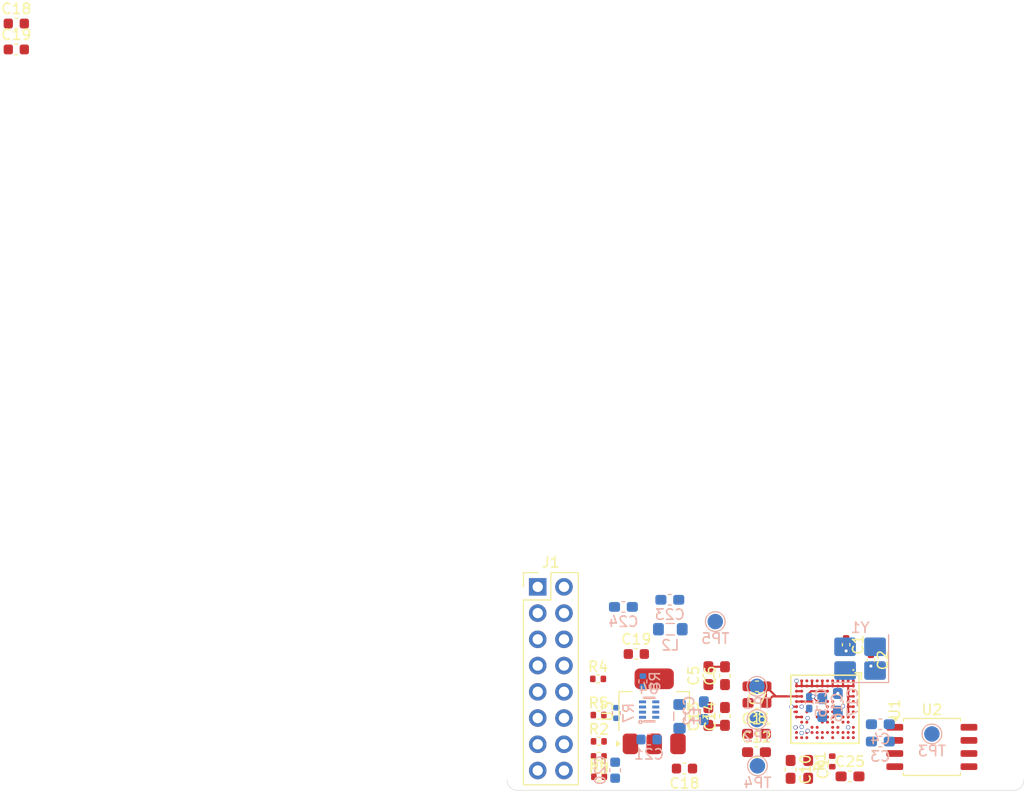
<source format=kicad_pcb>
(kicad_pcb (version 20241229) (generator "pcbnew") (generator_version "9.0")
  (layers (0 "F.Cu" signal) (4 "In1.Cu" signal) (6 "In2.Cu" signal) (8 "In3.Cu" signal) (10 "In4.Cu" signal) (2 "B.Cu" signal) (13 "F.Paste" user) (15 "B.Paste" user) (5 "F.SilkS" user "F.Silkscreen") (7 "B.SilkS" user "B.Silkscreen") (1 "F.Mask" user) (3 "B.Mask" user) (25 "Edge.Cuts" user))
  (net 0 "")
  (net 1 "Net-(C5-Pad2)")
  (net 2 "UART_RX")
  (net 3 "TMS")
  (net 4 "Net-(U1-HOST_CLK_REQ)")
  (net 5 "GND")
  (net 6 "1v8")
  (net 7 "/QSPI_2")
  (net 8 "1v2")
  (net 9 "TCK")
  (net 10 "/CLKP")
  (net 11 "TX1")
  (net 12 "UART_TX")
  (net 13 "/QSPI_3")
  (net 14 "SPI0_CS0_N")
  (net 15 "GPIO_5")
  (net 16 "Net-(U1-VOUT_14SYNTH)")
  (net 17 "Net-(U1-OSC_CLK_OUT)")
  (net 18 "TDO")
  (net 19 "Net-(U1-GPADC2)")
  (net 20 "UART_RTS")
  (net 21 "GPIO_2")
  (net 22 "/CLKM")
  (net 23 "/QSPI_0")
  (net 24 "RX3")
  (net 25 "/QSPI_CS")
  (net 26 "VDD_SRAM")
  (net 27 "SPI0_CLK")
  (net 28 "RX1")
  (net 29 "3v3")
  (net 30 "TX2")
  (net 31 "SPI0_MISO")
  (net 32 "RS232_RX")
  (net 33 "Net-(U1-NERROR_OUT)")
  (net 34 "Net-(C7-Pad1)")
  (net 35 "Net-(U1-GPADC1)")
  (net 36 "Net-(U1-VOUT_14APLL)")
  (net 37 "/QSPI_CLK")
  (net 38 "TDI")
  (net 39 "Net-(U1-PMIC_CLKOUT)")
  (net 40 "RS232_TX")
  (net 41 "NRST_MAIN")
  (net 42 "RX2")
  (net 43 "Net-(U1-VBGAP)")
  (net 44 "SPI0_MOSI")
  (net 45 "/QSPI_1")
  (net 46 "VIN")
  (net 48 "Net-(U4-FB)")
  (net 50 "Net-(U4-MODE{slash}SYNC)")
  (net 51 "Net-(U4-COMP{slash}FSET)")
  (net 52 "Net-(U4-SW)")
  (footprint "Capacitor_SMD:C_0603_1608Metric_Pad1.08x0.95mm_HandSolder" (layer "F.Cu") (at 68.473 63.8975 90)
    (property "Reference" "C5" (at 0 -1.43 90) (layer "F.SilkS"))
    (property "Value" "10u")
    (pad "1" smd roundrect (at -0.8625 0 90) (size 1.075 0.95) (layers "F.Cu" "F.Mask" "F.Paste") (net 5 "GND"))
    (pad "2" smd roundrect (at 0.8625 0 90) (size 1.075 0.95) (layers "F.Cu" "F.Mask" "F.Paste") (net 1 "Net-(C5-Pad2)"))
  )
  (footprint "Capacitor_SMD:C_0402_1005Metric_Pad0.74x0.62mm_HandSolder" (layer "F.Cu") (at 84.2 62.4 -90)
    (property "Reference" "C2" (at 0 -1.16 90) (layer "F.SilkS"))
    (property "Value" "15p")
    (pad "1" smd roundrect (at -0.5675 0 270) (size 0.735 0.62) (layers "F.Cu" "F.Mask" "F.Paste") (net 5 "GND"))
    (pad "2" smd roundrect (at 0.5675 0 270) (size 0.735 0.62) (layers "F.Cu" "F.Mask" "F.Paste") (net 22 "/CLKM"))
  )
  (footprint "Capacitor_SMD:C_0603_1608Metric" (layer "F.Cu") (at 61.5 61.8)
    (property "Reference" "C19" (at 0 -1.43 0) (layer "F.SilkS"))
    (property "Value" "10u")
    (pad "1" smd roundrect (at -0.775 0) (size 0.9 0.95) (layers "F.Cu" "F.Mask" "F.Paste") (net 29 "3v3"))
    (pad "2" smd roundrect (at 0.775 0) (size 0.9 0.95) (layers "F.Cu" "F.Mask" "F.Paste") (net 5 "GND"))
  )
  (footprint "Capacitor_SMD:C_0603_1608Metric_Pad1.08x0.95mm_HandSolder" (layer "F.Cu") (at 82.1775 73.65)
    (property "Reference" "C25" (at 0 -1.43 0) (layer "F.SilkS"))
    (property "Value" "10u")
    (pad "1" smd roundrect (at -0.8625 0) (size 1.075 0.95) (layers "F.Cu" "F.Mask" "F.Paste") (net 6 "1v8"))
    (pad "2" smd roundrect (at 0.8625 0) (size 1.075 0.95) (layers "F.Cu" "F.Mask" "F.Paste") (net 5 "GND"))
  )
  (footprint "Capacitor_SMD:C_0603_1608Metric" (layer "F.Cu") (at 1.505 0.755)
    (property "Reference" "C18" (at 0 -1.43 0) (layer "F.SilkS"))
    (property "Value" "10u")
    (pad "1" smd roundrect (at -0.775 0) (size 0.9 0.95) (layers "F.Cu" "F.Mask" "F.Paste") (net 46 "VIN"))
    (pad "2" smd roundrect (at 0.775 0) (size 0.9 0.95) (layers "F.Cu" "F.Mask" "F.Paste") (net 5 "GND"))
  )
  (footprint "Capacitor_SMD:C_0603_1608Metric_Pad1.08x0.95mm_HandSolder" (layer "F.Cu") (at 73.175 64.929 180)
    (property "Reference" "C7" (at 0 -1.205 0) (layer "F.SilkS"))
    (property "Value" "10u")
    (pad "1" smd roundrect (at -0.8625 0 180) (size 1.075 0.95) (layers "F.Cu" "F.Mask" "F.Paste") (net 34 "Net-(C7-Pad1)"))
    (pad "2" smd roundrect (at 0.8625 0 180) (size 1.075 0.95) (layers "F.Cu" "F.Mask" "F.Paste") (net 5 "GND"))
  )
  (footprint "Package_TO_SOT_SMD:SOT-223-3_TabPin2" (layer "F.Cu") (at 63.23 67.35 90)
    (property "Reference" "U3" (at 0 -4.5 90) (layer "F.SilkS"))
    (property "Value" "AMS1117-3.3")
    (pad "1" smd roundrect (at -3.15 -2.3 90) (size 2 1.5) (layers "F.Cu" "F.Mask" "F.Paste") (net 5 "GND"))
    (pad "2" smd roundrect (at -3.15 0 90) (size 2 1.5) (layers "F.Cu" "F.Mask" "F.Paste") (net 29 "3v3"))
    (pad "2" smd roundrect (at 3.15 0 90) (size 2 3.8) (layers "F.Cu" "F.Mask" "F.Paste") (net 29 "3v3"))
    (pad "3" smd roundrect (at -3.15 2.3 90) (size 2 1.5) (layers "F.Cu" "F.Mask" "F.Paste") (net 46 "VIN"))
  )
  (footprint "Capacitor_SMD:C_0603_1608Metric_Pad1.08x0.95mm_HandSolder" (layer "F.Cu") (at 70.08 63.8975 90)
    (property "Reference" "C6" (at 0 -1.43 90) (layer "F.SilkS"))
    (property "Value" "2u2")
    (pad "1" smd roundrect (at -0.8625 0 90) (size 1.075 0.95) (layers "F.Cu" "F.Mask" "F.Paste") (net 5 "GND"))
    (pad "2" smd roundrect (at 0.8625 0 90) (size 1.075 0.95) (layers "F.Cu" "F.Mask" "F.Paste") (net 1 "Net-(C5-Pad2)"))
  )
  (footprint "Resistor_SMD:R_0402_1005Metric" (layer "F.Cu") (at 57.87 70.26)
    (property "Reference" "R2" (at 0 -1.17 0) (layer "F.SilkS"))
    (property "Value" "100k")
    (pad "1" smd roundrect (at -0.51 0) (size 0.54 0.64) (layers "F.Cu" "F.Mask" "F.Paste") (net 32 "RS232_RX"))
    (pad "2" smd roundrect (at 0.51 0) (size 0.54 0.64) (layers "F.Cu" "F.Mask" "F.Paste") (net 29 "3v3"))
  )
  (footprint "Resistor_SMD:R_0402_1005Metric" (layer "F.Cu") (at 57.87 71.71 180)
    (property "Reference" "R3" (at 0 -1.17 0) (layer "F.SilkS"))
    (property "Value" "100k")
    (pad "1" smd roundrect (at -0.51 0 180) (size 0.54 0.64) (layers "F.Cu" "F.Mask" "F.Paste") (net 29 "3v3"))
    (pad "2" smd roundrect (at 0.51 0 180) (size 0.54 0.64) (layers "F.Cu" "F.Mask" "F.Paste") (net 40 "RS232_TX"))
  )
  (footprint "Capacitor_SMD:C_0603_1608Metric_Pad1.08x0.95mm_HandSolder" (layer "F.Cu") (at 68.47 67.8475 90)
    (property "Reference" "C13" (at 0 -1.43 90) (layer "F.SilkS"))
    (property "Value" "10u")
    (pad "1" smd roundrect (at -0.8625 0 90) (size 1.075 0.95) (layers "F.Cu" "F.Mask" "F.Paste") (net 6 "1v8"))
    (pad "2" smd roundrect (at 0.8625 0 90) (size 1.075 0.95) (layers "F.Cu" "F.Mask" "F.Paste") (net 5 "GND"))
  )
  (footprint "Resistor_SMD:R_0402_1005Metric" (layer "F.Cu") (at 57.85 67.71)
    (property "Reference" "R5" (at 0 -1.17 0) (layer "F.SilkS"))
    (property "Value" "10k")
    (pad "1" smd roundrect (at -0.51 0) (size 0.54 0.64) (layers "F.Cu" "F.Mask" "F.Paste") (net 14 "SPI0_CS0_N"))
    (pad "2" smd roundrect (at 0.51 0) (size 0.54 0.64) (layers "F.Cu" "F.Mask" "F.Paste") (net 29 "3v3"))
  )
  (footprint "Capacitor_SMD:C_0603_1608Metric_Pad1.08x0.95mm_HandSolder" (layer "F.Cu") (at 73.1275 69.52)
    (property "Reference" "C11" (at 0 -1.43 0) (layer "F.SilkS"))
    (property "Value" "10u")
    (pad "1" smd roundrect (at -0.8625 0) (size 1.075 0.95) (layers "F.Cu" "F.Mask" "F.Paste") (net 5 "GND"))
    (pad "2" smd roundrect (at 0.8625 0) (size 1.075 0.95) (layers "F.Cu" "F.Mask" "F.Paste") (net 26 "VDD_SRAM"))
  )
  (footprint "easyeda2kicad:BGA-102_L6.5-W6.5-P0.50-TL_TI_IWRL6432BDQGAMFR" (layer "F.Cu") (at 79.75 67.15 -90)
    (property "Reference" "U1" (at 0 -6.75 90) (layer "F.SilkS"))
    (property "Value" "IWRL6432BDBAAMFR")
    (pad "A1" smd circle (at -2.75 -2.75 270) (size 0.29 0.29) (layers "F.Cu" "F.Mask" "F.Paste") (net 5 "GND"))
    (pad "A2" smd circle (at -2.25 -2.75 270) (size 0.29 0.29) (layers "F.Cu" "F.Mask" "F.Paste") (net 5 "GND"))
    (pad "A3" smd circle (at -1.75 -2.75 270) (size 0.29 0.29) (layers "F.Cu" "F.Mask" "F.Paste") (net 11 "TX1"))
    (pad "A4" smd circle (at -1.25 -2.75 270) (size 0.29 0.29) (layers "F.Cu" "F.Mask" "F.Paste") (net 5 "GND"))
    (pad "A5" smd circle (at -0.75 -2.75 270) (size 0.29 0.29) (layers "F.Cu" "F.Mask" "F.Paste") (net 30 "TX2"))
    (pad "A6" smd circle (at -0.25 -2.75 270) (size 0.29 0.29) (layers "F.Cu" "F.Mask" "F.Paste") (net 5 "GND"))
    (pad "A7" smd circle (at 0.25 -2.75 270) (size 0.29 0.29) (layers "F.Cu" "F.Mask" "F.Paste") (net 17 "Net-(U1-OSC_CLK_OUT)"))
    (pad "A8" smd circle (at 0.75 -2.75 270) (size 0.29 0.29) (layers "F.Cu" "F.Mask" "F.Paste"))
    (pad "A10" smd circle (at 1.75 -2.75 270) (size 0.29 0.29) (layers "F.Cu" "F.Mask" "F.Paste") (net 25 "/QSPI_CS"))
    (pad "A11" smd circle (at 2.25 -2.75 270) (size 0.29 0.29) (layers "F.Cu" "F.Mask" "F.Paste") (net 37 "/QSPI_CLK"))
    (pad "A12" smd circle (at 2.75 -2.75 270) (size 0.29 0.29) (layers "F.Cu" "F.Mask" "F.Paste") (net 5 "GND"))
    (pad "B1" smd circle (at -2.75 -2.25 270) (size 0.29 0.29) (layers "F.Cu" "F.Mask" "F.Paste") (net 22 "/CLKM"))
    (pad "B2" smd circle (at -2.25 -2.25 270) (size 0.29 0.29) (layers "F.Cu" "F.Mask" "F.Paste") (net 5 "GND"))
    (pad "B3" smd circle (at -1.75 -2.25 270) (size 0.29 0.29) (layers "F.Cu" "F.Mask" "F.Paste") (net 5 "GND"))
    (pad "B4" smd circle (at -1.25 -2.25 270) (size 0.29 0.29) (layers "F.Cu" "F.Mask" "F.Paste") (net 5 "GND"))
    (pad "B5" smd circle (at -0.75 -2.25 270) (size 0.29 0.29) (layers "F.Cu" "F.Mask" "F.Paste") (net 5 "GND"))
    (pad "B6" smd circle (at -0.25 -2.25 270) (size 0.29 0.29) (layers "F.Cu" "F.Mask" "F.Paste") (net 5 "GND"))
    (pad "B7" smd circle (at 0.25 -2.25 270) (size 0.29 0.29) (layers "F.Cu" "F.Mask" "F.Paste") (net 5 "GND"))
    (pad "B8" smd circle (at 0.75 -2.25 270) (size 0.29 0.29) (layers "F.Cu" "F.Mask" "F.Paste") (net 45 "/QSPI_1"))
    (pad "B9" smd circle (at 1.25 -2.25 270) (size 0.29 0.29) (layers "F.Cu" "F.Mask" "F.Paste") (net 13 "/QSPI_3"))
    (pad "B10" smd circle (at 1.75 -2.25 270) (size 0.29 0.29) (layers "F.Cu" "F.Mask" "F.Paste") (net 7 "/QSPI_2"))
    (pad "B11" smd circle (at 2.25 -2.25 270) (size 0.29 0.29) (layers "F.Cu" "F.Mask" "F.Paste") (net 23 "/QSPI_0"))
    (pad "B12" smd circle (at 2.75 -2.25 270) (size 0.29 0.29) (layers "F.Cu" "F.Mask" "F.Paste") (net 44 "SPI0_MOSI"))
    (pad "C1" smd circle (at -2.75 -1.75 270) (size 0.29 0.29) (layers "F.Cu" "F.Mask" "F.Paste") (net 5 "GND"))
    (pad "C2" smd circle (at -2.25 -1.75 270) (size 0.29 0.29) (layers "F.Cu" "F.Mask" "F.Paste") (net 5 "GND"))
    (pad "C6" smd circle (at -0.25 -1.75 270) (size 0.29 0.29) (layers "F.Cu" "F.Mask" "F.Paste") (net 6 "1v8"))
    (pad "C8" smd circle (at 0.75 -1.75 270) (size 0.29 0.29) (layers "F.Cu" "F.Mask" "F.Paste") (net 6 "1v8"))
    (pad "C9" smd circle (at 1.25 -1.75 270) (size 0.29 0.29) (layers "F.Cu" "F.Mask" "F.Paste") (net 8 "1v2"))
    (pad "C11" smd circle (at 2.25 -1.75 270) (size 0.29 0.29) (layers "F.Cu" "F.Mask" "F.Paste") (net 31 "SPI0_MISO"))
    (pad "C12" smd circle (at 2.75 -1.75 270) (size 0.29 0.29) (layers "F.Cu" "F.Mask" "F.Paste") (net 9 "TCK"))
    (pad "D1" smd circle (at -2.75 -1.25 270) (size 0.29 0.29) (layers "F.Cu" "F.Mask" "F.Paste") (net 10 "/CLKP"))
    (pad "D2" smd circle (at -2.25 -1.25 270) (size 0.29 0.29) (layers "F.Cu" "F.Mask" "F.Paste") (net 5 "GND"))
    (pad "D3" smd circle (at -1.75 -1.25 270) (size 0.29 0.29) (layers "F.Cu" "F.Mask" "F.Paste") (net 16 "Net-(U1-VOUT_14SYNTH)"))
    (pad "D10" smd circle (at 1.75 -1.25 270) (size 0.29 0.29) (layers "F.Cu" "F.Mask" "F.Paste") (net 27 "SPI0_CLK"))
    (pad "D11" smd circle (at 2.25 -1.25 270) (size 0.29 0.29) (layers "F.Cu" "F.Mask" "F.Paste") (net 14 "SPI0_CS0_N"))
    (pad "E1" smd circle (at -2.75 -0.75 270) (size 0.29 0.29) (layers "F.Cu" "F.Mask" "F.Paste") (net 5 "GND"))
    (pad "E2" smd circle (at -2.25 -0.75 270) (size 0.29 0.29) (layers "F.Cu" "F.Mask" "F.Paste") (net 5 "GND"))
    (pad "E5" smd circle (at -0.75 -0.75 270) (size 0.29 0.29) (layers "F.Cu" "F.Mask" "F.Paste") (net 5 "GND"))
    (pad "E6" smd circle (at -0.25 -0.75 270) (size 0.29 0.29) (layers "F.Cu" "F.Mask" "F.Paste") (net 5 "GND"))
    (pad "E7" smd circle (at 0.25 -0.75 270) (size 0.29 0.29) (layers "F.Cu" "F.Mask" "F.Paste") (net 5 "GND"))
    (pad "E8" smd circle (at 0.75 -0.75 270) (size 0.29 0.29) (layers "F.Cu" "F.Mask" "F.Paste") (net 5 "GND"))
    (pad "E9" smd circle (at 1.25 -0.75 270) (size 0.29 0.29) (layers "F.Cu" "F.Mask" "F.Paste") (net 5 "GND"))
    (pad "E10" smd circle (at 1.75 -0.75 270) (size 0.29 0.29) (layers "F.Cu" "F.Mask" "F.Paste") (net 40 "RS232_TX"))
    (pad "E11" smd circle (at 2.25 -0.75 270) (size 0.29 0.29) (layers "F.Cu" "F.Mask" "F.Paste") (net 18 "TDO"))
    (pad "E12" smd circle (at 2.75 -0.75 270) (size 0.29 0.29) (layers "F.Cu" "F.Mask" "F.Paste") (net 3 "TMS"))
    (pad "F1" smd circle (at -2.75 -0.25 270) (size 0.29 0.29) (layers "F.Cu" "F.Mask" "F.Paste") (net 24 "RX3"))
    (pad "F2" smd circle (at -2.25 -0.25 270) (size 0.29 0.29) (layers "F.Cu" "F.Mask" "F.Paste") (net 5 "GND"))
    (pad "F3" smd circle (at -1.75 -0.25 270) (size 0.29 0.29) (layers "F.Cu" "F.Mask" "F.Paste") (net 6 "1v8"))
    (pad "F5" smd circle (at -0.75 -0.25 270) (size 0.29 0.29) (layers "F.Cu" "F.Mask" "F.Paste") (net 5 "GND"))
    (pad "F6" smd circle (at -0.25 -0.25 270) (size 0.29 0.29) (layers "F.Cu" "F.Mask" "F.Paste") (net 5 "GND"))
    (pad "F7" smd circle (at 0.25 -0.25 270) (size 0.29 0.29) (layers "F.Cu" "F.Mask" "F.Paste") (net 5 "GND"))
    (pad "F8" smd circle (at 0.75 -0.25 270) (size 0.29 0.29) (layers "F.Cu" "F.Mask" "F.Paste") (net 5 "GND"))
    (pad "F9" smd circle (at 1.25 -0.25 270) (size 0.29 0.29) (layers "F.Cu" "F.Mask" "F.Paste") (net 5 "GND"))
    (pad "F11" smd circle (at 2.25 -0.25 270) (size 0.29 0.29) (layers "F.Cu" "F.Mask" "F.Paste") (net 32 "RS232_RX"))
    (pad "G1" smd circle (at -2.75 0.25 270) (size 0.29 0.29) (layers "F.Cu" "F.Mask" "F.Paste") (net 5 "GND"))
    (pad "G2" smd circle (at -2.25 0.25 270) (size 0.29 0.29) (layers "F.Cu" "F.Mask" "F.Paste") (net 5 "GND"))
    (pad "G5" smd circle (at -0.75 0.25 270) (size 0.29 0.29) (layers "F.Cu" "F.Mask" "F.Paste") (net 36 "Net-(U1-VOUT_14APLL)"))
    (pad "G7" smd circle (at 0.25 0.25 270) (size 0.29 0.29) (layers "F.Cu" "F.Mask" "F.Paste") (net 8 "1v2"))
    (pad "G8" smd circle (at 0.75 0.25 270) (size 0.29 0.29) (layers "F.Cu" "F.Mask" "F.Paste") (net 8 "1v2"))
    (pad "G9" smd circle (at 1.25 0.25 270) (size 0.29 0.29) (layers "F.Cu" "F.Mask" "F.Paste") (net 8 "1v2"))
    (pad "G11" smd circle (at 2.25 0.25 270) (size 0.29 0.29) (layers "F.Cu" "F.Mask" "F.Paste") (net 38 "TDI"))
    (pad "G12" smd circle (at 2.75 0.25 270) (size 0.29 0.29) (layers "F.Cu" "F.Mask" "F.Paste") (net 29 "3v3"))
    (pad "H1" smd circle (at -2.75 0.75 270) (size 0.29 0.29) (layers "F.Cu" "F.Mask" "F.Paste") (net 42 "RX2"))
    (pad "H2" smd circle (at -2.25 0.75 270) (size 0.29 0.29) (layers "F.Cu" "F.Mask" "F.Paste") (net 5 "GND"))
    (pad "H5" smd circle (at -0.75 0.75 270) (size 0.29 0.29) (layers "F.Cu" "F.Mask" "F.Paste") (net 43 "Net-(U1-VBGAP)"))
    (pad "H8" smd circle (at 0.75 0.75 270) (size 0.29 0.29) (layers "F.Cu" "F.Mask" "F.Paste") (net 8 "1v2"))
    (pad "H10" smd circle (at 1.75 0.75 270) (size 0.29 0.29) (layers "F.Cu" "F.Mask" "F.Paste") (net 21 "GPIO_2"))
    (pad "H11" smd circle (at 2.25 0.75 270) (size 0.29 0.29) (layers "F.Cu" "F.Mask" "F.Paste") (net 39 "Net-(U1-PMIC_CLKOUT)"))
    (pad "H12" smd circle (at 2.75 0.75 270) (size 0.29 0.29) (layers "F.Cu" "F.Mask" "F.Paste") (net 5 "GND"))
    (pad "J1" smd circle (at -2.75 1.25 270) (size 0.29 0.29) (layers "F.Cu" "F.Mask" "F.Paste") (net 5 "GND"))
    (pad "J2" smd circle (at -2.25 1.25 270) (size 0.29 0.29) (layers "F.Cu" "F.Mask" "F.Paste") (net 5 "GND"))
    (pad "J5" smd circle (at -0.75 1.25 270) (size 0.29 0.29) (layers "F.Cu" "F.Mask" "F.Paste") (net 6 "1v8"))
    (pad "J10" smd circle (at 1.75 1.25 270) (size 0.29 0.29) (layers "F.Cu" "F.Mask" "F.Paste") (net 15 "GPIO_5"))
    (pad "J11" smd circle (at 2.25 1.25 270) (size 0.29 0.29) (layers "F.Cu" "F.Mask" "F.Paste") (net 2 "UART_RX"))
    (pad "K1" smd circle (at -2.75 1.75 270) (size 0.29 0.29) (layers "F.Cu" "F.Mask" "F.Paste") (net 28 "RX1"))
    (pad "K2" smd circle (at -2.25 1.75 270) (size 0.29 0.29) (layers "F.Cu" "F.Mask" "F.Paste") (net 5 "GND"))
    (pad "K7" smd circle (at 0.25 1.75 270) (size 0.29 0.29) (layers "F.Cu" "F.Mask" "F.Paste") (net 8 "1v2"))
    (pad "K9" smd circle (at 1.25 1.75 270) (size 0.29 0.29) (layers "F.Cu" "F.Mask" "F.Paste") (net 5 "GND"))
    (pad "K11" smd circle (at 2.25 1.75 270) (size 0.29 0.29) (layers "F.Cu" "F.Mask" "F.Paste") (net 33 "Net-(U1-NERROR_OUT)"))
    (pad "K12" smd circle (at 2.75 1.75 270) (size 0.29 0.29) (layers "F.Cu" "F.Mask" "F.Paste") (net 6 "1v8"))
    (pad "L1" smd circle (at -2.75 2.25 270) (size 0.29 0.29) (layers "F.Cu" "F.Mask" "F.Paste") (net 5 "GND"))
    (pad "L2" smd circle (at -2.25 2.25 270) (size 0.29 0.29) (layers "F.Cu" "F.Mask" "F.Paste") (net 5 "GND"))
    (pad "L3" smd circle (at -1.75 2.25 270) (size 0.29 0.29) (layers "F.Cu" "F.Mask" "F.Paste") (net 1 "Net-(C5-Pad2)"))
    (pad "L4" smd circle (at -1.25 2.25 270) (size 0.29 0.29) (layers "F.Cu" "F.Mask" "F.Paste") (net 34 "Net-(C7-Pad1)"))
    (pad "L5" smd circle (at -0.75 2.25 270) (size 0.29 0.29) (layers "F.Cu" "F.Mask" "F.Paste") (net 6 "1v8"))
    (pad "L6" smd circle (at -0.25 2.25 270) (size 0.29 0.29) (layers "F.Cu" "F.Mask" "F.Paste") (net 19 "Net-(U1-GPADC2)"))
    (pad "L8" smd circle (at 0.75 2.25 270) (size 0.29 0.29) (layers "F.Cu" "F.Mask" "F.Paste") (net 6 "1v8"))
    (pad "L9" smd circle (at 1.25 2.25 270) (size 0.29 0.29) (layers "F.Cu" "F.Mask" "F.Paste") (net 26 "VDD_SRAM"))
    (pad "L10" smd circle (at 1.75 2.25 270) (size 0.29 0.29) (layers "F.Cu" "F.Mask" "F.Paste") (net 41 "NRST_MAIN"))
    (pad "L11" smd circle (at 2.25 2.25 270) (size 0.29 0.29) (layers "F.Cu" "F.Mask" "F.Paste") (net 20 "UART_RTS"))
    (pad "L12" smd circle (at 2.75 2.25 270) (size 0.29 0.29) (layers "F.Cu" "F.Mask" "F.Paste") (net 12 "UART_TX"))
    (pad "M1" smd circle (at -2.75 2.75 270) (size 0.29 0.29) (layers "F.Cu" "F.Mask" "F.Paste") (net 5 "GND"))
    (pad "M2" smd circle (at -2.25 2.75 270) (size 0.29 0.29) (layers "F.Cu" "F.Mask" "F.Paste") (net 5 "GND"))
    (pad "M3" smd circle (at -1.75 2.75 270) (size 0.29 0.29) (layers "F.Cu" "F.Mask" "F.Paste") (net 1 "Net-(C5-Pad2)"))
    (pad "M4" smd circle (at -1.25 2.75 270) (size 0.29 0.29) (layers "F.Cu" "F.Mask" "F.Paste") (net 34 "Net-(C7-Pad1)"))
    (pad "M5" smd circle (at -0.75 2.75 270) (size 0.29 0.29) (layers "F.Cu" "F.Mask" "F.Paste") (net 6 "1v8"))
    (pad "M6" smd circle (at -0.25 2.75 270) (size 0.29 0.29) (layers "F.Cu" "F.Mask" "F.Paste") (net 35 "Net-(U1-GPADC1)"))
    (pad "M7" smd circle (at 0.25 2.75 270) (size 0.29 0.29) (layers "F.Cu" "F.Mask" "F.Paste") (net 26 "VDD_SRAM"))
    (pad "M8" smd circle (at 0.75 2.75 270) (size 0.29 0.29) (layers "F.Cu" "F.Mask" "F.Paste") (net 6 "1v8"))
    (pad "M10" smd circle (at 1.75 2.75 270) (size 0.29 0.29) (layers "F.Cu" "F.Mask" "F.Paste") (net 4 "Net-(U1-HOST_CLK_REQ)"))
    (pad "M11" smd circle (at 2.25 2.75 270) (size 0.29 0.29) (layers "F.Cu" "F.Mask" "F.Paste") (net 29 "3v3"))
    (pad "M12" smd circle (at 2.75 2.75 270) (size 0.29 0.29) (layers "F.Cu" "F.Mask" "F.Paste") (net 5 "GND"))
  )
  (footprint "Capacitor_SMD:C_0603_1608Metric" (layer "F.Cu") (at 1.505 3.265)
    (property "Reference" "C19" (at 0 -1.43 0) (layer "F.SilkS"))
    (property "Value" "10u")
    (pad "1" smd roundrect (at -0.775 0) (size 0.9 0.95) (layers "F.Cu" "F.Mask" "F.Paste") (net 29 "3v3"))
    (pad "2" smd roundrect (at 0.775 0) (size 0.9 0.95) (layers "F.Cu" "F.Mask" "F.Paste") (net 5 "GND"))
  )
  (footprint "Capacitor_SMD:C_0603_1608Metric_Pad1.08x0.95mm_HandSolder" (layer "F.Cu") (at 73.1275 71.3)
    (property "Reference" "C12" (at 0 -1.43 0) (layer "F.SilkS"))
    (property "Value" "2u2")
    (pad "1" smd roundrect (at -0.8625 0) (size 1.075 0.95) (layers "F.Cu" "F.Mask" "F.Paste") (net 5 "GND"))
    (pad "2" smd roundrect (at 0.8625 0) (size 1.075 0.95) (layers "F.Cu" "F.Mask" "F.Paste") (net 26 "VDD_SRAM"))
  )
  (footprint "Capacitor_SMD:C_0603_1608Metric_Pad1.08x0.95mm_HandSolder" (layer "F.Cu") (at 73.175 66.536 180)
    (property "Reference" "C8" (at 0 -1.43 0) (layer "F.SilkS"))
    (property "Value" "2u2")
    (pad "1" smd roundrect (at -0.8625 0 180) (size 1.075 0.95) (layers "F.Cu" "F.Mask" "F.Paste") (net 34 "Net-(C7-Pad1)"))
    (pad "2" smd roundrect (at 0.8625 0 180) (size 1.075 0.95) (layers "F.Cu" "F.Mask" "F.Paste") (net 5 "GND"))
  )
  (footprint "Resistor_SMD:R_0402_1005Metric" (layer "F.Cu") (at 57.9 73.69)
    (property "Reference" "R6" (at 0 -1.17 0) (layer "F.SilkS"))
    (property "Value" "10k")
    (pad "1" smd roundrect (at -0.51 0) (size 0.54 0.64) (layers "F.Cu" "F.Mask" "F.Paste") (net 41 "NRST_MAIN"))
    (pad "2" smd roundrect (at 0.51 0) (size 0.54 0.64) (layers "F.Cu" "F.Mask" "F.Paste") (net 29 "3v3"))
  )
  (footprint "Capacitor_SMD:C_0603_1608Metric_Pad1.08x0.95mm_HandSolder" (layer "F.Cu") (at 78.13 72.97 -90)
    (property "Reference" "C9" (at 0 -1.43 90) (layer "F.SilkS"))
    (property "Value" "10u")
    (pad "1" smd roundrect (at -0.8625 0 270) (size 1.075 0.95) (layers "F.Cu" "F.Mask" "F.Paste") (net 6 "1v8"))
    (pad "2" smd roundrect (at 0.8625 0 270) (size 1.075 0.95) (layers "F.Cu" "F.Mask" "F.Paste") (net 5 "GND"))
  )
  (footprint "Capacitor_SMD:C_0603_1608Metric_Pad1.08x0.95mm_HandSolder" (layer "F.Cu") (at 76.43 72.97 -90)
    (property "Reference" "C10" (at 0 -1.43 90) (layer "F.SilkS"))
    (property "Value" "2u2")
    (pad "1" smd roundrect (at -0.8625 0 270) (size 1.075 0.95) (layers "F.Cu" "F.Mask" "F.Paste") (net 6 "1v8"))
    (pad "2" smd roundrect (at 0.8625 0 270) (size 1.075 0.95) (layers "F.Cu" "F.Mask" "F.Paste") (net 5 "GND"))
  )
  (footprint "Capacitor_SMD:C_0402_1005Metric_Pad0.74x0.62mm_HandSolder" (layer "F.Cu") (at 81.8 60.9 -90)
    (property "Reference" "C1" (at 0 -1.16 90) (layer "F.SilkS"))
    (property "Value" "15p")
    (pad "1" smd roundrect (at -0.5675 0 270) (size 0.735 0.62) (layers "F.Cu" "F.Mask" "F.Paste") (net 5 "GND"))
    (pad "2" smd roundrect (at 0.5675 0 270) (size 0.735 0.62) (layers "F.Cu" "F.Mask" "F.Paste") (net 10 "/CLKP"))
  )
  (footprint "Capacitor_SMD:C_0603_1608Metric_Pad1.08x0.95mm_HandSolder" (layer "F.Cu") (at 70.077 67.8425 90)
    (property "Reference" "C14" (at 0 -1.43 90) (layer "F.SilkS"))
    (property "Value" "2u2")
    (pad "1" smd roundrect (at -0.8625 0 90) (size 1.075 0.95) (layers "F.Cu" "F.Mask" "F.Paste") (net 6 "1v8"))
    (pad "2" smd roundrect (at 0.8625 0 90) (size 1.075 0.95) (layers "F.Cu" "F.Mask" "F.Paste") (net 5 "GND"))
  )
  (footprint "Resistor_SMD:R_0402_1005Metric" (layer "F.Cu") (at 57.8 64.21)
    (property "Reference" "R4" (at 0 -1.17 0) (layer "F.SilkS"))
    (property "Value" "10k")
    (pad "1" smd roundrect (at -0.51 0) (size 0.54 0.64) (layers "F.Cu" "F.Mask" "F.Paste") (net 27 "SPI0_CLK"))
    (pad "2" smd roundrect (at 0.51 0) (size 0.54 0.64) (layers "F.Cu" "F.Mask" "F.Paste") (net 29 "3v3"))
  )
  (footprint "Package_SO:SOIC-8_5.3x5.3mm_P1.27mm" (layer "F.Cu") (at 90.1 70.8)
    (property "Reference" "U2" (at 0 -3.6 0) (layer "F.SilkS"))
    (property "Value" "W25Q128JVS")
    (pad "1" smd roundrect (at -3.5875 -1.905) (size 1.625 0.65) (layers "F.Cu" "F.Mask" "F.Paste") (net 25 "/QSPI_CS"))
    (pad "2" smd roundrect (at -3.5875 -0.635) (size 1.625 0.65) (layers "F.Cu" "F.Mask" "F.Paste") (net 45 "/QSPI_1"))
    (pad "3" smd roundrect (at -3.5875 0.635) (size 1.625 0.65) (layers "F.Cu" "F.Mask" "F.Paste") (net 7 "/QSPI_2"))
    (pad "4" smd roundrect (at -3.5875 1.905) (size 1.625 0.65) (layers "F.Cu" "F.Mask" "F.Paste") (net 5 "GND"))
    (pad "5" smd roundrect (at 3.5875 1.905) (size 1.625 0.65) (layers "F.Cu" "F.Mask" "F.Paste") (net 23 "/QSPI_0"))
    (pad "6" smd roundrect (at 3.5875 0.635) (size 1.625 0.65) (layers "F.Cu" "F.Mask" "F.Paste") (net 37 "/QSPI_CLK"))
    (pad "7" smd roundrect (at 3.5875 -0.635) (size 1.625 0.65) (layers "F.Cu" "F.Mask" "F.Paste") (net 13 "/QSPI_3"))
    (pad "8" smd roundrect (at 3.5875 -1.905) (size 1.625 0.65) (layers "F.Cu" "F.Mask" "F.Paste") (net 29 "3v3"))
  )
  (footprint "Capacitor_SMD:C_0603_1608Metric" (layer "F.Cu") (at 66.16 72.89 180)
    (property "Reference" "C18" (at 0 -1.43 0) (layer "F.SilkS"))
    (property "Value" "10u")
    (pad "1" smd roundrect (at -0.775 0 180) (size 0.9 0.95) (layers "F.Cu" "F.Mask" "F.Paste") (net 46 "VIN"))
    (pad "2" smd roundrect (at 0.775 0 180) (size 0.9 0.95) (layers "F.Cu" "F.Mask" "F.Paste") (net 5 "GND"))
  )
  (footprint "Connector_PinHeader_2.54mm:PinHeader_2x08_P2.54mm_Vertical" (layer "F.Cu") (at 51.96 55.3)
    (property "Reference" "J1" (at 1.27 -2.38 0) (layer "F.SilkS"))
    (property "Value" "Conn_02x08_Top_Bottom")
    (pad "1" thru_hole rect (at 0 0) (size 1.7 1.7) (drill 1) (layers "*.Cu" "*.Mask") (net 5 "GND"))
    (pad "2" thru_hole circle (at 2.54 0) (size 1.7 1.7) (drill 1) (layers "*.Cu" "*.Mask") (net 9 "TCK"))
    (pad "3" thru_hole circle (at 0 2.54) (size 1.7 1.7) (drill 1) (layers "*.Cu" "*.Mask") (net 3 "TMS"))
    (pad "4" thru_hole circle (at 2.54 2.54) (size 1.7 1.7) (drill 1) (layers "*.Cu" "*.Mask") (net 38 "TDI"))
    (pad "5" thru_hole circle (at 0 5.08) (size 1.7 1.7) (drill 1) (layers "*.Cu" "*.Mask") (net 18 "TDO"))
    (pad "6" thru_hole circle (at 2.54 5.08) (size 1.7 1.7) (drill 1) (layers "*.Cu" "*.Mask") (net 20 "UART_RTS"))
    (pad "7" thru_hole circle (at 0 7.62) (size 1.7 1.7) (drill 1) (layers "*.Cu" "*.Mask") (net 2 "UART_RX"))
    (pad "8" thru_hole circle (at 2.54 7.62) (size 1.7 1.7) (drill 1) (layers "*.Cu" "*.Mask") (net 12 "UART_TX"))
    (pad "9" thru_hole circle (at 0 10.16) (size 1.7 1.7) (drill 1) (layers "*.Cu" "*.Mask") (net 27 "SPI0_CLK"))
    (pad "10" thru_hole circle (at 2.54 10.16) (size 1.7 1.7) (drill 1) (layers "*.Cu" "*.Mask") (net 14 "SPI0_CS0_N"))
    (pad "11" thru_hole circle (at 0 12.7) (size 1.7 1.7) (drill 1) (layers "*.Cu" "*.Mask") (net 31 "SPI0_MISO"))
    (pad "12" thru_hole circle (at 2.54 12.7) (size 1.7 1.7) (drill 1) (layers "*.Cu" "*.Mask") (net 44 "SPI0_MOSI"))
    (pad "13" thru_hole circle (at 0 15.24) (size 1.7 1.7) (drill 1) (layers "*.Cu" "*.Mask") (net 40 "RS232_TX"))
    (pad "14" thru_hole circle (at 2.54 15.24) (size 1.7 1.7) (drill 1) (layers "*.Cu" "*.Mask") (net 32 "RS232_RX"))
    (pad "15" thru_hole circle (at 0 17.78) (size 1.7 1.7) (drill 1) (layers "*.Cu" "*.Mask") (net 41 "NRST_MAIN"))
    (pad "16" thru_hole circle (at 2.54 17.78) (size 1.7 1.7) (drill 1) (layers "*.Cu" "*.Mask") (net 46 "VIN"))
  )
  (footprint "Resistor_SMD:R_0402_1005Metric" (layer "F.Cu") (at 80.46 72.2 90)
    (property "Reference" "R1" (at 0 -1.17 90) (layer "F.SilkS"))
    (property "Value" "10k")
    (pad "1" smd roundrect (at -0.51 0 90) (size 0.54 0.64) (layers "F.Cu" "F.Mask" "F.Paste") (net 5 "GND"))
    (pad "2" smd roundrect (at 0.51 0 90) (size 0.54 0.64) (layers "F.Cu" "F.Mask" "F.Paste") (net 39 "Net-(U1-PMIC_CLKOUT)"))
  )
  (footprint "Capacitor_SMD:C_0603_1608Metric_Pad1.08x0.95mm_HandSolder" (layer "B.Cu") (at 85.1125 70.27675)
    (property "Reference" "C3" (at 0 1.43 0) (layer "B.SilkS") (effects (justify mirror)))
    (property "Value" "10u")
    (pad "1" smd roundrect (at -0.8625 0) (size 1.075 0.95) (layers "B.Cu" "B.Mask" "B.Paste") (net 8 "1v2"))
    (pad "2" smd roundrect (at 0.8625 0) (size 1.075 0.95) (layers "B.Cu" "B.Mask" "B.Paste") (net 5 "GND"))
  )
  (footprint "Capacitor_SMD:C_0402_1005Metric_Pad0.74x0.62mm_HandSolder" (layer "B.Cu") (at 78.23 66.51 90)
    (property "Reference" "C15" (at 0 1.16 90) (layer "B.SilkS") (effects (justify mirror)))
    (property "Value" "47n")
    (pad "1" smd roundrect (at -0.5675 0 90) (size 0.735 0.62) (layers "B.Cu" "B.Mask" "B.Paste") (net 5 "GND"))
    (pad "2" smd roundrect (at 0.5675 0 90) (size 0.735 0.62) (layers "B.Cu" "B.Mask" "B.Paste") (net 43 "Net-(U1-VBGAP)"))
  )
  (footprint "Capacitor_SMD:C_0603_1608Metric_Pad1.08x0.95mm_HandSolder" (layer "B.Cu") (at 68.0325 67.29 -90)
    (property "Reference" "C22" (at 0 1.43 90) (layer "B.SilkS") (effects (justify mirror)))
    (property "Value" "10u")
    (pad "1" smd roundrect (at -0.8625 0 270) (size 1.075 0.95) (layers "B.Cu" "B.Mask" "B.Paste") (net 48 "Net-(U4-FB)"))
    (pad "2" smd roundrect (at 0.8625 0 270) (size 1.075 0.95) (layers "B.Cu" "B.Mask" "B.Paste") (net 5 "GND"))
  )
  (footprint "TestPoint:TestPoint_Pad_D1.5mm" (layer "B.Cu") (at 73.175 64.929)
    (property "Reference" "TP1" (at 0 1.648 180) (layer "B.SilkS") (effects (justify mirror)))
    (property "Value" "TestPoint")
    (pad "1" smd circle (at 0 0) (size 1.5 1.5) (layers "B.Cu" "B.Mask") (net 33 "Net-(U1-NERROR_OUT)"))
  )
  (footprint "TestPoint:TestPoint_Pad_D1.5mm" (layer "B.Cu") (at 90.1 69.54)
    (property "Reference" "TP3" (at 0 1.648 180) (layer "B.SilkS") (effects (justify mirror)))
    (property "Value" "TestPoint")
    (pad "1" smd circle (at 0 0) (size 1.5 1.5) (layers "B.Cu" "B.Mask") (net 17 "Net-(U1-OSC_CLK_OUT)"))
  )
  (footprint "Resistor_SMD:R_0402_1005Metric" (layer "B.Cu") (at 62.1325 64.45 90)
    (property "Reference" "R8" (at 0 1.17 90) (layer "B.SilkS") (effects (justify mirror)))
    (property "Value" "18k")
    (pad "1" smd roundrect (at -0.51 0 90) (size 0.54 0.64) (layers "B.Cu" "B.Mask" "B.Paste") (net 51 "Net-(U4-COMP{slash}FSET)"))
    (pad "2" smd roundrect (at 0.51 0 90) (size 0.54 0.64) (layers "B.Cu" "B.Mask" "B.Paste") (net 5 "GND"))
  )
  (footprint "Inductor_SMD:L_0805_2012Metric_Pad1.05x1.20mm_HandSolder" (layer "B.Cu") (at 65.68 67.84 90)
    (property "Reference" "L1" (at 0 1.55 90) (layer "B.SilkS") (effects (justify mirror)))
    (property "Value" "470n")
    (pad "1" smd roundrect (at -1.15 0 90) (size 1.05 1.2) (layers "B.Cu" "B.Mask" "B.Paste") (roundrect_rratio 0.238095) (net 52 "Net-(U4-SW)"))
    (pad "2" smd roundrect (at 1.15 0 90) (size 1.05 1.2) (layers "B.Cu" "B.Mask" "B.Paste") (roundrect_rratio 0.238095) (net 48 "Net-(U4-FB)"))
  )
  (footprint "Crystal:Crystal_SMD_3225-4Pin_3.2x2.5mm_HandSoldering" (layer "B.Cu") (at 83.15 62.25 180)
    (property "Reference" "Y1" (at 0 3 0) (layer "B.SilkS") (effects (justify mirror)))
    (property "Value" "40.000")
    (pad "1" smd roundrect (at -1.45 -1.15 180) (size 2.1 1.8) (layers "B.Cu" "B.Mask" "B.Paste") (roundrect_rratio 0.138889) (net 22 "/CLKM"))
    (pad "2" smd roundrect (at 1.45 -1.15 180) (size 2.1 1.8) (layers "B.Cu" "B.Mask" "B.Paste") (roundrect_rratio 0.138889) (net 5 "GND"))
    (pad "3" smd roundrect (at 1.45 1.15 180) (size 2.1 1.8) (layers "B.Cu" "B.Mask" "B.Paste") (roundrect_rratio 0.138889) (net 10 "/CLKP"))
    (pad "4" smd roundrect (at -1.45 1.15 180) (size 2.1 1.8) (layers "B.Cu" "B.Mask" "B.Paste") (roundrect_rratio 0.138889) (net 5 "GND"))
  )
  (footprint "TestPoint:TestPoint_Pad_D1.5mm" (layer "B.Cu") (at 69.14 58.66)
    (property "Reference" "TP5" (at 0 1.648 180) (layer "B.SilkS") (effects (justify mirror)))
    (property "Value" "TestPoint")
    (pad "1" smd circle (at 0 0) (size 1.5 1.5) (layers "B.Cu" "B.Mask") (net 19 "Net-(U1-GPADC2)"))
  )
  (footprint "TestPoint:TestPoint_Pad_D1.5mm" (layer "B.Cu") (at 73.22 72.63)
    (property "Reference" "TP4" (at 0 1.648 180) (layer "B.SilkS") (effects (justify mirror)))
    (property "Value" "TestPoint")
    (pad "1" smd circle (at 0 0) (size 1.5 1.5) (layers "B.Cu" "B.Mask") (net 35 "Net-(U1-GPADC1)"))
  )
  (footprint "Capacitor_SMD:C_0603_1608Metric_Pad1.08x0.95mm_HandSolder" (layer "B.Cu") (at 64.74 56.55)
    (property "Reference" "C23" (at 0 1.43 180) (layer "B.SilkS") (effects (justify mirror)))
    (property "Value" "10u")
    (pad "1" smd roundrect (at -0.8625 0) (size 1.075 0.95) (layers "B.Cu" "B.Mask" "B.Paste") (net 6 "1v8"))
    (pad "2" smd roundrect (at 0.8625 0) (size 1.075 0.95) (layers "B.Cu" "B.Mask" "B.Paste") (net 5 "GND"))
  )
  (footprint "Inductor_SMD:L_0805_2012Metric_Pad1.05x1.20mm_HandSolder" (layer "B.Cu") (at 64.79 59.4)
    (property "Reference" "L2" (at 0 1.55 180) (layer "B.SilkS") (effects (justify mirror)))
    (property "Value" "100n")
    (pad "1" smd roundrect (at -1.15 0) (size 1.05 1.2) (layers "B.Cu" "B.Mask" "B.Paste") (roundrect_rratio 0.238095) (net 48 "Net-(U4-FB)"))
    (pad "2" smd roundrect (at 1.15 0) (size 1.05 1.2) (layers "B.Cu" "B.Mask" "B.Paste") (roundrect_rratio 0.238095) (net 6 "1v8"))
  )
  (footprint "Capacitor_SMD:C_0603_1608Metric_Pad1.08x0.95mm_HandSolder" (layer "B.Cu") (at 79.49 66.98 90)
    (property "Reference" "C16" (at 0 1.43 90) (layer "B.SilkS") (effects (justify mirror)))
    (property "Value" "1u")
    (pad "1" smd roundrect (at -0.8625 0 90) (size 1.075 0.95) (layers "B.Cu" "B.Mask" "B.Paste") (net 5 "GND"))
    (pad "2" smd roundrect (at 0.8625 0 90) (size 1.075 0.95) (layers "B.Cu" "B.Mask" "B.Paste") (net 36 "Net-(U1-VOUT_14APLL)"))
  )
  (footprint "Capacitor_SMD:C_0603_1608Metric_Pad1.08x0.95mm_HandSolder" (layer "B.Cu") (at 81 66.48 90)
    (property "Reference" "C17" (at 0 1.43 90) (layer "B.SilkS") (effects (justify mirror)))
    (property "Value" "1u")
    (pad "1" smd roundrect (at -0.8625 0 90) (size 1.075 0.95) (layers "B.Cu" "B.Mask" "B.Paste") (net 5 "GND"))
    (pad "2" smd roundrect (at 0.8625 0 90) (size 1.075 0.95) (layers "B.Cu" "B.Mask" "B.Paste") (net 16 "Net-(U1-VOUT_14SYNTH)"))
  )
  (footprint "Capacitor_SMD:C_0603_1608Metric_Pad1.08x0.95mm_HandSolder" (layer "B.Cu") (at 60.25 57.24)
    (property "Reference" "C24" (at 0 1.43 180) (layer "B.SilkS") (effects (justify mirror)))
    (property "Value" "10u")
    (pad "1" smd roundrect (at -0.8625 0) (size 1.075 0.95) (layers "B.Cu" "B.Mask" "B.Paste") (net 48 "Net-(U4-FB)"))
    (pad "2" smd roundrect (at 0.8625 0) (size 1.075 0.95) (layers "B.Cu" "B.Mask" "B.Paste") (net 5 "GND"))
  )
  (footprint "Resistor_SMD:R_0402_1005Metric" (layer "B.Cu") (at 59.58 67.51 90)
    (property "Reference" "R7" (at 0 1.17 90) (layer "B.SilkS") (effects (justify mirror)))
    (property "Value" "100k")
    (pad "1" smd roundrect (at -0.51 0 90) (size 0.54 0.64) (layers "B.Cu" "B.Mask" "B.Paste") (net 46 "VIN"))
    (pad "2" smd roundrect (at 0.51 0 90) (size 0.54 0.64) (layers "B.Cu" "B.Mask" "B.Paste") (net 50 "Net-(U4-MODE{slash}SYNC)"))
  )
  (footprint "Capacitor_SMD:C_0603_1608Metric" (layer "B.Cu") (at 59.45 73.05 -90)
    (property "Reference" "C20" (at 0 1.43 90) (layer "B.SilkS") (effects (justify mirror)))
    (property "Value" "10u")
    (pad "1" smd roundrect (at -0.775 0 270) (size 0.9 0.95) (layers "B.Cu" "B.Mask" "B.Paste") (net 46 "VIN"))
    (pad "2" smd roundrect (at 0.775 0 270) (size 0.9 0.95) (layers "B.Cu" "B.Mask" "B.Paste") (net 5 "GND"))
  )
  (footprint "Capacitor_SMD:C_0603_1608Metric" (layer "B.Cu") (at 62.73 70.08)
    (property "Reference" "C21" (at 0 1.43 0) (layer "B.SilkS") (effects (justify mirror)))
    (property "Value" "2u2")
    (pad "1" smd roundrect (at -0.775 0) (size 0.9 0.95) (layers "B.Cu" "B.Mask" "B.Paste") (net 46 "VIN"))
    (pad "2" smd roundrect (at 0.775 0) (size 0.9 0.95) (layers "B.Cu" "B.Mask" "B.Paste") (net 5 "GND"))
  )
  (footprint "TestPoint:TestPoint_Pad_D1.5mm" (layer "B.Cu") (at 73.175 68.143)
    (property "Reference" "TP2" (at 0 1.648 180) (layer "B.SilkS") (effects (justify mirror)))
    (property "Value" "TestPoint")
    (pad "1" smd circle (at 0 0) (size 1.5 1.5) (layers "B.Cu" "B.Mask") (net 4 "Net-(U1-HOST_CLK_REQ)"))
  )
  (footprint "Capacitor_SMD:C_0603_1608Metric_Pad1.08x0.95mm_HandSolder" (layer "B.Cu") (at 85.1125 68.6)
    (property "Reference" "C4" (at 0 1.43 0) (layer "B.SilkS") (effects (justify mirror)))
    (property "Value" "2u2")
    (pad "1" smd roundrect (at -0.8625 0) (size 1.075 0.95) (layers "B.Cu" "B.Mask" "B.Paste") (net 8 "1v2"))
    (pad "2" smd roundrect (at 0.8625 0) (size 1.075 0.95) (layers "B.Cu" "B.Mask" "B.Paste") (net 5 "GND"))
  )
  (footprint "easyeda2kicad:SOT-583-8_L2.1-W1.2-P0.50-LS1.6-BR" (layer "B.Cu") (at 62.74 67.18 180)
    (property "Reference" "U4" (at 0.02 2.02 0) (layer "B.SilkS") (effects (justify mirror)))
    (property "Value" "TPS628502QDRLRQ1")
    (pad "1" smd rect (at 0.64 -0.75 90) (size 0.28 0.68) (layers "B.Cu" "B.Mask" "B.Paste") (net 46 "VIN"))
    (pad "2" smd rect (at 0.64 -0.25 90) (size 0.28 0.68) (layers "B.Cu" "B.Mask" "B.Paste") (net 46 "VIN"))
    (pad "3" smd rect (at 0.64 0.25 90) (size 0.28 0.68) (layers "B.Cu" "B.Mask" "B.Paste") (net 50 "Net-(U4-MODE{slash}SYNC)"))
    (pad "4" smd rect (at 0.64 0.75 90) (size 0.28 0.68) (layers "B.Cu" "B.Mask" "B.Paste") (net 51 "Net-(U4-COMP{slash}FSET)"))
    (pad "5" smd rect (at -0.64 0.75 90) (size 0.28 0.68) (layers "B.Cu" "B.Mask" "B.Paste") (net 48 "Net-(U4-FB)"))
    (pad "6" smd rect (at -0.64 0.25 90) (size 0.28 0.68) (layers "B.Cu" "B.Mask" "B.Paste"))
    (pad "7" smd rect (at -0.64 -0.25 90) (size 0.28 0.68) (layers "B.Cu" "B.Mask" "B.Paste") (net 52 "Net-(U4-SW)"))
    (pad "8" smd rect (at -0.64 -0.75 90) (size 0.28 0.68) (layers "B.Cu" "B.Mask" "B.Paste") (net 5 "GND"))
  )
  (gr_line (start 50 75) (end 98 75) (stroke (width 0.05)) (layer "Edge.Cuts"))
  (gr_arc (start 50 75) (mid 49.292893 74.707107) (end 49 74) (stroke (width 0.05)) (layer "Edge.Cuts"))
  (gr_arc (start 99 74) (mid 98.707107 74.707107) (end 98 75) (stroke (width 0.05)) (layer "Edge.Cuts"))
  (segment (start 68.473 63.035) (end 70.08 63.035) (width 0.2) (layer "F.Cu") (net 1))
  (segment (start 77.5 65.4) (end 77 65.4) (width 0.2) (layer "F.Cu") (net 1))
  (segment (start 78.537161 69.437161) (end 78.532161 69.442161) (width 0.1) (layer "F.Cu") (net 2))
  (segment (start 76.911196 68.9) (end 77 68.9) (width 0.1) (layer "F.Cu") (net 4))
  (segment (start 76.902413 68.908783) (end 76.911196 68.9) (width 0.1) (layer "F.Cu") (net 4))
  (via (at 76.902413 68.908783) (size 0.4) (drill 0.3) (layers "F.Cu" "B.Cu") (net 4))
  (segment (start 77.5 64.4) (end 77.5 64.9) (width 0.2) (layer "F.Cu") (net 5))
  (segment (start 79.45 64.9) (end 80.5 64.9) (width 0.2) (layer "F.Cu") (net 5))
  (segment (start 80.5 66.4) (end 80.475 66.4) (width 0.2) (layer "F.Cu") (net 5))
  (segment (start 79.5 64.9) (end 79.5 64.4) (width 0.2) (layer "F.Cu") (net 5))
  (segment (start 77 64.9) (end 78.45 64.9) (width 0.2) (layer "F.Cu") (net 5))
  (segment (start 77 64.4) (end 77 64.9) (width 0.2) (layer "F.Cu") (net 5))
  (segment (start 82 66.9) (end 82.5 66.9) (width 0.2) (layer "F.Cu") (net 5))
  (segment (start 80.5 64.4) (end 80.5 64.9) (width 0.2) (layer "F.Cu") (net 5))
  (segment (start 81.5 64.4) (end 81.5 64.9) (width 0.2) (layer "F.Cu") (net 5))
  (segment (start 80.475 67.375) (end 80.5 67.4) (width 0.2) (layer "F.Cu") (net 5))
  (segment (start 82 64.9) (end 82 67.4) (width 0.2) (layer "F.Cu") (net 5))
  (segment (start 78.5 64.4) (end 78.5 64.9) (width 0.2) (layer "F.Cu") (net 5))
  (segment (start 78.45 64.9) (end 79.45 64.9) (width 0.2) (layer "F.Cu") (net 5))
  (segment (start 80.5 64.9) (end 82.5 64.9) (width 0.2) (layer "F.Cu") (net 5))
  (segment (start 82.5 65.9) (end 82 65.9) (width 0.2) (layer "F.Cu") (net 5))
  (segment (start 82.5 64.4) (end 82.5 64.9) (width 0.2) (layer "F.Cu") (net 5))
  (via (at 78.08 68.01) (size 0.4) (drill 0.3) (layers "F.Cu" "B.Cu") (net 5))
  (via (at 77 64.4) (size 0.4) (drill 0.3) (layers "F.Cu" "B.Cu") (net 5))
  (segment (start 78.419883 65.4) (end 80 65.4) (width 0.2) (layer "F.Cu") (net 6))
  (segment (start 68.47 68.71) (end 70.082 68.71) (width 0.2) (layer "F.Cu") (net 6))
  (segment (start 78.5 66.4) (end 78.39 66.4) (width 0.2) (layer "F.Cu") (net 6))
  (segment (start 81.5 66.9) (end 81.5 66.852512) (width 0.1) (layer "F.Cu") (net 6))
  (segment (start 77.5 66.4) (end 78.5 66.4) (width 0.2) (layer "F.Cu") (net 6))
  (segment (start 68.475 68.705) (end 68.47 68.71) (width 0.2) (layer "F.Cu") (net 6))
  (segment (start 78.39 66.4) (end 78.114 66.124) (width 0.2) (layer "F.Cu") (net 6))
  (segment (start 77 67.9) (end 77.5 67.9) (width 0.2) (layer "F.Cu") (net 6))
  (segment (start 77.5 66.4) (end 77 66.4) (width 0.2) (layer "F.Cu") (net 6))
  (segment (start 78.114 65.705883) (end 78.419883 65.4) (width 0.2) (layer "F.Cu") (net 6))
  (segment (start 70.077 68.705) (end 68.475 68.705) (width 0.2) (layer "F.Cu") (net 6))
  (segment (start 78.114 66.124) (end 78.114 65.705883) (width 0.2) (layer "F.Cu") (net 6))
  (via (at 81.5 66.852512) (size 0.4) (drill 0.3) (layers "F.Cu" "B.Cu") (net 6))
  (via (at 82 68.9) (size 0.4) (drill 0.3) (layers "F.Cu" "B.Cu") (net 7))
  (segment (start 79.2 67.9) (end 79.5 67.9) (width 0.2) (layer "F.Cu") (net 8))
  (segment (start 79.5 67.4) (end 79.5 68.4) (width 0.2) (layer "F.Cu") (net 8))
  (segment (start 79 67.9) (end 79.2 67.9) (width 0.2) (layer "F.Cu") (net 8))
  (via (at 81.8 61.5) (size 0.3) (drill 0.4) (layers "F.Cu" "B.Cu") (net 10))
  (segment (start 81 65.4) (end 81 65.6175) (width 0.1) (layer "F.Cu") (net 16))
  (via (at 81 65.6175) (size 0.4) (drill 0.3) (layers "F.Cu" "B.Cu") (net 16))
  (via (at 77.5 66.9) (size 0.4) (drill 0.3) (layers "F.Cu" "B.Cu") (net 19))
  (segment (start 77.5 69.4) (end 77.5 69.454997) (width 0.1) (layer "F.Cu") (net 20))
  (segment (start 77.496 69.346) (end 77.446 69.346) (width 0.1) (layer "F.Cu") (net 20))
  (segment (start 77.5 69.35) (end 77.496 69.346) (width 0.1) (layer "F.Cu") (net 20))
  (via (at 77.5 69.454997) (size 0.4) (drill 0.3) (layers "F.Cu" "B.Cu") (net 20))
  (via (at 84.2 62.9675) (size 0.3) (drill 0.4) (layers "F.Cu" "B.Cu") (net 22))
  (segment (start 77 67.4) (end 76.79494 67.4) (width 0.2) (layer "F.Cu") (net 26))
  (segment (start 78.077781 69.322219) (end 78 69.4) (width 0.2) (layer "F.Cu") (net 33))
  (segment (start 78.077781 69.238221) (end 78.077781 69.322219) (width 0.2) (layer "F.Cu") (net 33))
  (via (at 78.077781 69.238221) (size 0.4) (drill 0.3) (layers "F.Cu" "B.Cu") (net 33))
  (segment (start 76.04 65.9) (end 74.6735 65.9) (width 0.2) (layer "F.Cu") (net 34))
  (segment (start 77.5 65.9) (end 77 65.9) (width 0.2) (layer "F.Cu") (net 34))
  (segment (start 75.0085 65.9) (end 74.0375 64.929) (width 0.2) (layer "F.Cu") (net 34))
  (segment (start 77 65.9) (end 76.04 65.9) (width 0.2) (layer "F.Cu") (net 34))
  (segment (start 74.6735 65.9) (end 74.0375 66.536) (width 0.2) (layer "F.Cu") (net 34))
  (segment (start 74.0375 64.929) (end 74.0375 66.536) (width 0.2) (layer "F.Cu") (net 34))
  (segment (start 76.04 65.9) (end 75.0085 65.9) (width 0.2) (layer "F.Cu") (net 34))
  (segment (start 77 66.9) (end 76.51 66.9) (width 0.2) (layer "F.Cu") (net 35))
  (via (at 76.51 66.9) (size 0.4) (drill 0.3) (layers "F.Cu" "B.Cu") (net 35))
  (segment (start 80.371392 71.69) (end 80.46 71.69) (width 0.1) (layer "F.Cu") (net 39))
  (via (at 77.502541 68.854999) (size 0.4) (drill 0.3) (layers "F.Cu" "B.Cu") (net 41))
  (segment (start 78.615 65.913404) (end 78.615 66.015) (width 0.1) (layer "F.Cu") (net 43))
  (segment (start 78.615 66.015) (end 79 66.4) (width 0.1) (layer "F.Cu") (net 43))
  (via (at 78.615 65.913404) (size 0.4) (drill 0.3) (layers "F.Cu" "B.Cu") (net 43))
  (segment (start 78.23 65.9425) (end 78.585904 65.9425) (width 0.1) (layer "B.Cu") (net 43))
  (segment (start 78.585904 65.9425) (end 78.615 65.913404) (width 0.1) (layer "B.Cu") (net 43))
  (segment (start 82 67.9) (end 81.948025 67.9) (width 0.1) (layer "F.Cu") (net 45))
)
</source>
